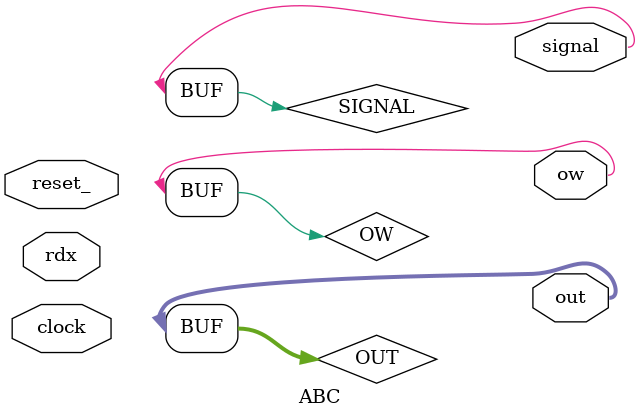
<source format=v>
module ABC(
  rdx,
  ow,
  signal,
  out,
  clock, reset_
);
  input rdx, clock, reset_;
  output ow, signal;
  output[7:0] out;

  reg OW, SIGNAL;
  reg[7:0] OUT;

  assign ow = OW;
  assign signal = SIGNAL;
  assign out = OUT;


endmodule
</source>
